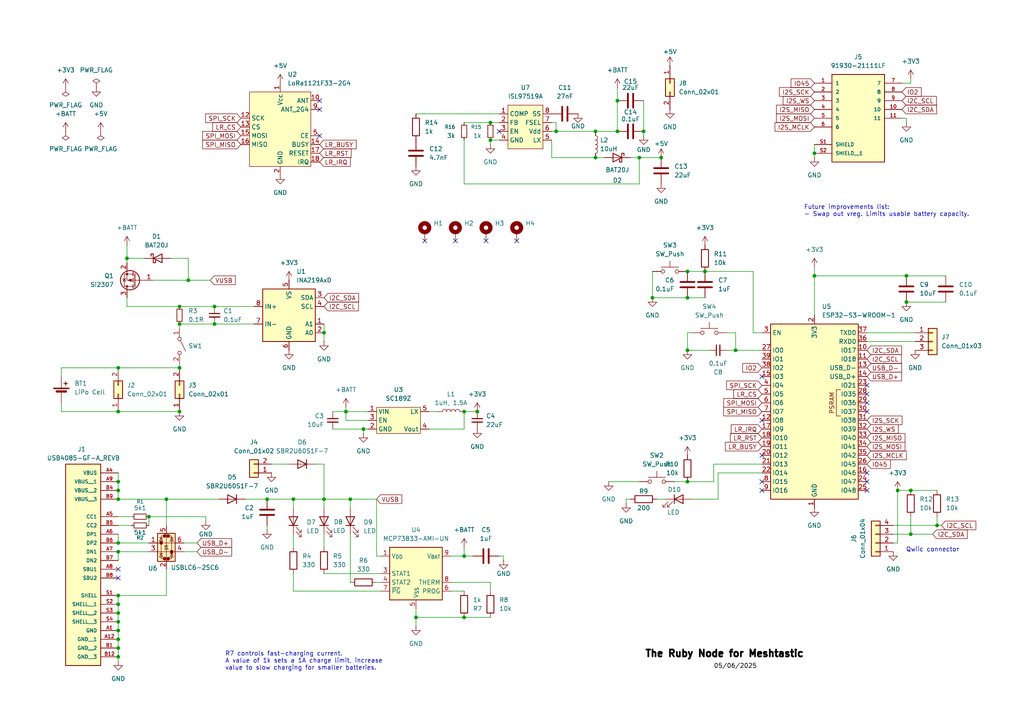
<source format=kicad_sch>
(kicad_sch (version 20250114) (generator "eeschema") (generator_version "9.0")
  (paper "A4")
  (text "The Ruby Node for Meshtastic" (at 186.944 189.738 0) (effects (font (size 2 2) (thickness 0.508) (bold yes)) (justify left)))
  (text "R7 controls fast-charging current. \nA value of 1k sets a 1A charge limit, increase\nvalue to slow charging for smaller batteries." (at 65.278 191.77 0) (effects (font (size 1.27 1.27)) (justify left)))
  (text "05/06/2025" (at 207.01 193.294 0) (effects (font (size 1.27 1.27)) (justify left)))
  (text "Future improvements list:\n- Swap out vreg. Limits usable battery capacity." (at 233.172 61.214 0) (effects (font (size 1.27 1.27)) (justify left)))
  (text "Qwiic connector" (at 270.51 159.512 0) (effects (font (size 1.27 1.27))))
  (junction (at 34.29 180.34))
  (junction (at 185.42 45.72))
  (junction (at 189.23 86.36))
  (junction (at 100.33 119.38))
  (junction (at 34.29 106.68))
  (junction (at 199.39 101.6))
  (junction (at 34.29 119.38))
  (junction (at 264.16 154.94))
  (junction (at 52.07 88.9))
  (junction (at 101.6 144.78))
  (junction (at 93.98 96.52))
  (junction (at 120.65 179.07))
  (junction (at 43.18 149.86))
  (junction (at 34.29 139.7))
  (junction (at 77.47 144.78))
  (junction (at 134.62 161.29))
  (junction (at 34.29 190.5))
  (junction (at 85.09 144.78))
  (junction (at 213.36 101.6))
  (junction (at 199.39 86.36))
  (junction (at 161.29 38.1))
  (junction (at 271.78 152.4))
  (junction (at 34.29 185.42))
  (junction (at 142.24 40.64))
  (junction (at 172.72 45.72))
  (junction (at 262.89 80.01))
  (junction (at 142.24 35.56))
  (junction (at 34.29 182.88))
  (junction (at 236.22 80.01))
  (junction (at 93.98 144.78))
  (junction (at 179.07 29.21))
  (junction (at 34.29 142.24))
  (junction (at 134.62 179.07))
  (junction (at 105.41 124.46))
  (junction (at 52.07 119.38))
  (junction (at 186.69 38.1))
  (junction (at 138.43 119.38))
  (junction (at 48.26 144.78))
  (junction (at 54.61 81.28))
  (junction (at 199.39 78.74))
  (junction (at 172.72 38.1))
  (junction (at 34.29 187.96))
  (junction (at 199.39 139.7))
  (junction (at 34.29 175.26))
  (junction (at 62.23 88.9))
  (junction (at 34.29 160.02))
  (junction (at 264.16 142.24))
  (junction (at 34.29 172.72))
  (junction (at 52.07 93.98))
  (junction (at 260.35 142.24))
  (junction (at 204.47 78.74))
  (junction (at 36.83 74.93))
  (junction (at 236.22 44.45))
  (junction (at 179.07 38.1))
  (junction (at 34.29 177.8))
  (junction (at 62.23 93.98))
  (junction (at 191.77 45.72))
  (junction (at 134.62 119.38))
  (junction (at 262.89 87.63))
  (junction (at 52.07 106.68))
  (junction (at 34.29 157.48))
  (junction (at 34.29 144.78))
  (no_connect (at 220.98 121.92))
  (no_connect (at 123.19 69.85))
  (no_connect (at 251.46 139.7))
  (no_connect (at 251.46 111.76))
  (no_connect (at 144.78 38.1))
  (no_connect (at 220.98 139.7))
  (no_connect (at 34.29 165.1))
  (no_connect (at 220.98 132.08))
  (no_connect (at 34.29 167.64))
  (no_connect (at 251.46 119.38))
  (no_connect (at 92.71 39.37))
  (no_connect (at 251.46 116.84))
  (no_connect (at 140.97 69.85))
  (no_connect (at 132.08 69.85))
  (no_connect (at 92.71 29.21))
  (no_connect (at 220.98 142.24))
  (no_connect (at 251.46 142.24))
  (no_connect (at 251.46 114.3))
  (no_connect (at 220.98 109.22))
  (no_connect (at 251.46 137.16))
  (no_connect (at 92.71 31.75))
  (no_connect (at 149.86 69.85))
  (wire (pts (xy 172.72 38.1) (xy 179.07 38.1)))
  (wire (pts (xy 120.65 179.07) (xy 134.62 179.07)))
  (wire (pts (xy 105.41 125.73) (xy 105.41 124.46)))
  (wire (pts (xy 52.07 88.9) (xy 62.23 88.9)))
  (wire (pts (xy 199.39 101.6) (xy 199.39 96.52)))
  (wire (pts (xy 100.33 119.38) (xy 106.68 119.38)))
  (wire (pts (xy 179.07 29.21) (xy 179.07 25.4)))
  (wire (pts (xy 262.89 80.01) (xy 274.32 80.01)))
  (wire (pts (xy 271.78 149.86) (xy 271.78 152.4)))
  (wire (pts (xy 181.61 144.78) (xy 182.88 144.78)))
  (wire (pts (xy 34.29 152.4) (xy 38.1 152.4)))
  (wire (pts (xy 130.81 171.45) (xy 134.62 171.45)))
  (wire (pts (xy 199.39 78.74) (xy 204.47 78.74)))
  (wire (pts (xy 43.18 149.86) (xy 43.18 152.4)))
  (wire (pts (xy 220.98 96.52) (xy 218.44 96.52)))
  (wire (pts (xy 134.62 161.29) (xy 137.16 161.29)))
  (wire (pts (xy 134.62 35.56) (xy 142.24 35.56)))
  (wire (pts (xy 176.53 139.7) (xy 185.42 139.7)))
  (wire (pts (xy 36.83 71.12) (xy 36.83 74.93)))
  (wire (pts (xy 195.58 139.7) (xy 199.39 139.7)))
  (wire (pts (xy 142.24 35.56) (xy 144.78 35.56)))
  (wire (pts (xy 49.53 74.93) (xy 54.61 74.93)))
  (wire (pts (xy 34.29 106.68) (xy 52.07 106.68)))
  (wire (pts (xy 44.45 81.28) (xy 54.61 81.28)))
  (wire (pts (xy 34.29 154.94) (xy 34.29 157.48)))
  (wire (pts (xy 260.35 157.48) (xy 260.35 142.24)))
  (wire (pts (xy 134.62 124.46) (xy 134.62 119.38)))
  (wire (pts (xy 186.69 38.1) (xy 186.69 39.37)))
  (wire (pts (xy 262.89 35.56) (xy 262.89 34.29)))
  (wire (pts (xy 160.02 38.1) (xy 161.29 38.1)))
  (wire (pts (xy 120.65 181.61) (xy 120.65 179.07)))
  (wire (pts (xy 182.88 45.72) (xy 185.42 45.72)))
  (wire (pts (xy 96.52 119.38) (xy 100.33 119.38)))
  (wire (pts (xy 181.61 146.05) (xy 181.61 144.78)))
  (wire (pts (xy 34.29 191.77) (xy 34.29 190.5)))
  (wire (pts (xy 54.61 74.93) (xy 54.61 81.28)))
  (wire (pts (xy 146.05 161.29) (xy 146.05 162.56)))
  (wire (pts (xy 43.18 149.86) (xy 59.69 149.86)))
  (wire (pts (xy 120.65 176.53) (xy 120.65 179.07)))
  (wire (pts (xy 134.62 53.34) (xy 185.42 53.34)))
  (wire (pts (xy 93.98 154.94) (xy 93.98 158.75)))
  (wire (pts (xy 130.81 161.29) (xy 134.62 161.29)))
  (wire (pts (xy 259.08 154.94) (xy 264.16 154.94)))
  (wire (pts (xy 36.83 88.9) (xy 36.83 86.36)))
  (wire (pts (xy 251.46 99.06) (xy 265.43 99.06)))
  (wire (pts (xy 34.29 137.16) (xy 34.29 139.7)))
  (wire (pts (xy 34.29 144.78) (xy 48.26 144.78)))
  (wire (pts (xy 160.02 35.56) (xy 161.29 35.56)))
  (wire (pts (xy 91.44 134.62) (xy 93.98 134.62)))
  (wire (pts (xy 78.74 134.62) (xy 83.82 134.62)))
  (wire (pts (xy 161.29 38.1) (xy 172.72 38.1)))
  (wire (pts (xy 62.23 88.9) (xy 73.66 88.9)))
  (wire (pts (xy 17.78 106.68) (xy 17.78 109.22)))
  (wire (pts (xy 186.69 29.21) (xy 186.69 38.1)))
  (wire (pts (xy 77.47 152.4) (xy 77.47 153.67)))
  (wire (pts (xy 34.29 187.96) (xy 34.29 185.42)))
  (wire (pts (xy 36.83 88.9) (xy 52.07 88.9)))
  (wire (pts (xy 251.46 96.52) (xy 265.43 96.52)))
  (wire (pts (xy 17.78 119.38) (xy 34.29 119.38)))
  (wire (pts (xy 134.62 119.38) (xy 138.43 119.38)))
  (wire (pts (xy 71.12 144.78) (xy 77.47 144.78)))
  (wire (pts (xy 236.22 44.45) (xy 236.22 41.91)))
  (wire (pts (xy 208.28 144.78) (xy 208.28 137.16)))
  (wire (pts (xy 34.29 182.88) (xy 34.29 180.34)))
  (wire (pts (xy 160.02 40.64) (xy 160.02 45.72)))
  (wire (pts (xy 259.08 152.4) (xy 271.78 152.4)))
  (wire (pts (xy 207.01 134.62) (xy 220.98 134.62)))
  (wire (pts (xy 34.29 177.8) (xy 34.29 175.26)))
  (wire (pts (xy 218.44 78.74) (xy 218.44 96.52)))
  (wire (pts (xy 264.16 142.24) (xy 271.78 142.24)))
  (wire (pts (xy 52.07 93.98) (xy 52.07 95.25)))
  (wire (pts (xy 93.98 93.98) (xy 93.98 96.52)))
  (wire (pts (xy 48.26 172.72) (xy 48.26 165.1)))
  (wire (pts (xy 134.62 161.29) (xy 134.62 158.75)))
  (wire (pts (xy 199.39 101.6) (xy 205.74 101.6)))
  (wire (pts (xy 34.29 149.86) (xy 38.1 149.86)))
  (wire (pts (xy 34.29 172.72) (xy 48.26 172.72)))
  (wire (pts (xy 93.98 147.32) (xy 93.98 144.78)))
  (wire (pts (xy 34.29 157.48) (xy 43.18 157.48)))
  (wire (pts (xy 144.78 161.29) (xy 146.05 161.29)))
  (wire (pts (xy 124.46 124.46) (xy 134.62 124.46)))
  (wire (pts (xy 210.82 101.6) (xy 213.36 101.6)))
  (wire (pts (xy 271.78 152.4) (xy 273.05 152.4)))
  (wire (pts (xy 36.83 74.93) (xy 36.83 76.2)))
  (wire (pts (xy 175.26 45.72) (xy 172.72 45.72)))
  (wire (pts (xy 53.34 160.02) (xy 57.15 160.02)))
  (wire (pts (xy 93.98 166.37) (xy 110.49 166.37)))
  (wire (pts (xy 101.6 144.78) (xy 101.6 147.32)))
  (wire (pts (xy 36.83 74.93) (xy 41.91 74.93)))
  (wire (pts (xy 189.23 78.74) (xy 189.23 86.36)))
  (wire (pts (xy 34.29 160.02) (xy 43.18 160.02)))
  (wire (pts (xy 53.34 157.48) (xy 57.15 157.48)))
  (wire (pts (xy 199.39 96.52) (xy 200.66 96.52)))
  (wire (pts (xy 105.41 124.46) (xy 106.68 124.46)))
  (wire (pts (xy 199.39 139.7) (xy 207.01 139.7)))
  (wire (pts (xy 77.47 144.78) (xy 85.09 144.78)))
  (wire (pts (xy 59.69 149.86) (xy 59.69 151.13)))
  (wire (pts (xy 85.09 144.78) (xy 85.09 147.32)))
  (wire (pts (xy 134.62 40.64) (xy 134.62 53.34)))
  (wire (pts (xy 213.36 101.6) (xy 220.98 101.6)))
  (wire (pts (xy 85.09 154.94) (xy 85.09 158.75)))
  (wire (pts (xy 213.36 96.52) (xy 213.36 101.6)))
  (wire (pts (xy 34.29 119.38) (xy 52.07 119.38)))
  (wire (pts (xy 236.22 77.47) (xy 236.22 80.01)))
  (wire (pts (xy 236.22 80.01) (xy 236.22 91.44)))
  (wire (pts (xy 179.07 38.1) (xy 179.07 29.21)))
  (wire (pts (xy 100.33 121.92) (xy 106.68 121.92)))
  (wire (pts (xy 261.62 24.13) (xy 264.16 24.13)))
  (wire (pts (xy 120.65 33.02) (xy 144.78 33.02)))
  (wire (pts (xy 185.42 45.72) (xy 191.77 45.72)))
  (wire (pts (xy 172.72 45.72) (xy 160.02 45.72)))
  (wire (pts (xy 142.24 41.91) (xy 142.24 40.64)))
  (wire (pts (xy 34.29 180.34) (xy 34.29 177.8)))
  (wire (pts (xy 264.16 154.94) (xy 270.51 154.94)))
  (wire (pts (xy 260.35 142.24) (xy 264.16 142.24)))
  (wire (pts (xy 259.08 157.48) (xy 260.35 157.48)))
  (wire (pts (xy 210.82 96.52) (xy 213.36 96.52)))
  (wire (pts (xy 130.81 168.91) (xy 142.24 168.91)))
  (wire (pts (xy 34.29 139.7) (xy 34.29 142.24)))
  (wire (pts (xy 17.78 106.68) (xy 34.29 106.68)))
  (wire (pts (xy 93.98 144.78) (xy 101.6 144.78)))
  (wire (pts (xy 62.23 93.98) (xy 73.66 93.98)))
  (wire (pts (xy 264.16 149.86) (xy 264.16 154.94)))
  (wire (pts (xy 185.42 45.72) (xy 185.42 53.34)))
  (wire (pts (xy 34.29 142.24) (xy 34.29 144.78)))
  (wire (pts (xy 109.22 168.91) (xy 110.49 168.91)))
  (wire (pts (xy 17.78 116.84) (xy 17.78 119.38)))
  (wire (pts (xy 34.29 185.42) (xy 34.29 182.88)))
  (wire (pts (xy 48.26 144.78) (xy 48.26 152.4)))
  (wire (pts (xy 85.09 166.37) (xy 85.09 171.45)))
  (wire (pts (xy 142.24 168.91) (xy 142.24 171.45)))
  (wire (pts (xy 34.29 190.5) (xy 34.29 187.96)))
  (wire (pts (xy 54.61 81.28) (xy 60.96 81.28)))
  (wire (pts (xy 124.46 119.38) (xy 127 119.38)))
  (wire (pts (xy 161.29 35.56) (xy 161.29 38.1)))
  (wire (pts (xy 236.22 45.72) (xy 236.22 44.45)))
  (wire (pts (xy 207.01 139.7) (xy 207.01 134.62)))
  (wire (pts (xy 200.66 144.78) (xy 208.28 144.78)))
  (wire (pts (xy 142.24 40.64) (xy 144.78 40.64)))
  (wire (pts (xy 34.29 175.26) (xy 34.29 172.72)))
  (wire (pts (xy 264.16 24.13) (xy 264.16 22.86)))
  (wire (pts (xy 236.22 80.01) (xy 262.89 80.01)))
  (wire (pts (xy 109.22 161.29) (xy 110.49 161.29)))
  (wire (pts (xy 199.39 86.36) (xy 204.47 86.36)))
  (wire (pts (xy 189.23 86.36) (xy 199.39 86.36)))
  (wire (pts (xy 262.89 87.63) (xy 274.32 87.63)))
  (wire (pts (xy 100.33 118.11) (xy 100.33 119.38)))
  (wire (pts (xy 101.6 168.91) (xy 101.6 154.94)))
  (wire (pts (xy 208.28 137.16) (xy 220.98 137.16)))
  (wire (pts (xy 48.26 144.78) (xy 63.5 144.78)))
  (wire (pts (xy 34.29 162.56) (xy 34.29 160.02)))
  (wire (pts (xy 85.09 171.45) (xy 110.49 171.45)))
  (wire (pts (xy 93.98 96.52) (xy 93.98 99.06)))
  (wire (pts (xy 52.07 105.41) (xy 52.07 106.68)))
  (wire (pts (xy 101.6 144.78) (xy 109.22 144.78)))
  (wire (pts (xy 262.89 34.29) (xy 261.62 34.29)))
  (wire (pts (xy 96.52 124.46) (xy 105.41 124.46)))
  (wire (pts (xy 100.33 121.92) (xy 100.33 119.38)))
  (wire (pts (xy 190.5 144.78) (xy 193.04 144.78)))
  (wire (pts (xy 134.62 179.07) (xy 142.24 179.07)))
  (wire (pts (xy 204.47 78.74) (xy 218.44 78.74)))
  (wire (pts (xy 93.98 134.62) (xy 93.98 144.78)))
  (wire (pts (xy 85.09 144.78) (xy 93.98 144.78)))
  (wire (pts (xy 109.22 161.29) (xy 109.22 144.78)))
  (wire (pts (xy 52.07 93.98) (xy 62.23 93.98)))
  (global_label "IO2" (shape input) (at 261.62 26.67 0) (property "Intersheetrefs" "${INTERSHEET_REFS}" (effects (hide yes))))
  (global_label "I2S_MCLK" (shape input) (at 251.46 132.08 0) (property "Intersheetrefs" "${INTERSHEET_REFS}" (effects (hide yes))))
  (global_label "I2C_SCL" (shape input) (at 93.98 88.9 0) (property "Intersheetrefs" "${INTERSHEET_REFS}" (effects (hide yes))))
  (global_label "LR_RST" (shape input) (at 92.71 44.45 0) (property "Intersheetrefs" "${INTERSHEET_REFS}" (effects (hide yes))))
  (global_label "SPI_MOSI" (shape input) (at 220.98 116.84 180) (property "Intersheetrefs" "${INTERSHEET_REFS}" (effects (hide yes))))
  (global_label "VUSB" (shape input) (at 60.96 81.28 0) (property "Intersheetrefs" "${INTERSHEET_REFS}" (effects (hide yes))))
  (global_label "I2S_MOSI" (shape input) (at 236.22 34.29 180) (property "Intersheetrefs" "${INTERSHEET_REFS}" (effects (hide yes))))
  (global_label "USB_D-" (shape input) (at 57.15 160.02 0) (property "Intersheetrefs" "${INTERSHEET_REFS}" (effects (hide yes))))
  (global_label "SPI_SCK" (shape input) (at 69.85 34.29 180) (property "Intersheetrefs" "${INTERSHEET_REFS}" (effects (hide yes))))
  (global_label "IO45" (shape input) (at 236.22 24.13 180) (property "Intersheetrefs" "${INTERSHEET_REFS}" (effects (hide yes))))
  (global_label "I2C_SDA" (shape input) (at 93.98 86.36 0) (property "Intersheetrefs" "${INTERSHEET_REFS}" (effects (hide yes))))
  (global_label "I2C_SCL" (shape input) (at 261.62 29.21 0) (property "Intersheetrefs" "${INTERSHEET_REFS}" (effects (hide yes))))
  (global_label "LR_CS" (shape input) (at 69.85 36.83 180) (property "Intersheetrefs" "${INTERSHEET_REFS}" (effects (hide yes))))
  (global_label "I2S_MISO" (shape input) (at 236.22 31.75 180) (property "Intersheetrefs" "${INTERSHEET_REFS}" (effects (hide yes))))
  (global_label "USB_D-" (shape input) (at 251.46 106.68 0) (property "Intersheetrefs" "${INTERSHEET_REFS}" (effects (hide yes))))
  (global_label "USB_D+" (shape input) (at 57.15 157.48 0) (property "Intersheetrefs" "${INTERSHEET_REFS}" (effects (hide yes))))
  (global_label "I2S_SCK" (shape input) (at 236.22 26.67 180) (property "Intersheetrefs" "${INTERSHEET_REFS}" (effects (hide yes))))
  (global_label "I2S_WS" (shape input) (at 236.22 29.21 180) (property "Intersheetrefs" "${INTERSHEET_REFS}" (effects (hide yes))))
  (global_label "SPI_MISO" (shape input) (at 220.98 119.38 180) (property "Intersheetrefs" "${INTERSHEET_REFS}" (effects (hide yes))))
  (global_label "USB_D+" (shape input) (at 251.46 109.22 0) (property "Intersheetrefs" "${INTERSHEET_REFS}" (effects (hide yes))))
  (global_label "I2S_SCK" (shape input) (at 251.46 121.92 0) (property "Intersheetrefs" "${INTERSHEET_REFS}" (effects (hide yes))))
  (global_label "VUSB" (shape input) (at 109.22 144.78 0) (property "Intersheetrefs" "${INTERSHEET_REFS}" (effects (hide yes))))
  (global_label "I2C_SDA" (shape input) (at 251.46 101.6 0) (property "Intersheetrefs" "${INTERSHEET_REFS}" (effects (hide yes))))
  (global_label "LR_IRQ" (shape input) (at 92.71 46.99 0) (property "Intersheetrefs" "${INTERSHEET_REFS}" (effects (hide yes))))
  (global_label "I2C_SDA" (shape input) (at 261.62 31.75 0) (property "Intersheetrefs" "${INTERSHEET_REFS}" (effects (hide yes))))
  (global_label "I2C_SCL" (shape input) (at 251.46 104.14 0) (property "Intersheetrefs" "${INTERSHEET_REFS}" (effects (hide yes))))
  (global_label "SPI_MOSI" (shape input) (at 69.85 39.37 180) (property "Intersheetrefs" "${INTERSHEET_REFS}" (effects (hide yes))))
  (global_label "IO2" (shape input) (at 220.98 106.68 180) (property "Intersheetrefs" "${INTERSHEET_REFS}" (effects (hide yes))))
  (global_label "SPI_SCK" (shape input) (at 220.98 111.76 180) (property "Intersheetrefs" "${INTERSHEET_REFS}" (effects (hide yes))))
  (global_label "LR_IRQ" (shape input) (at 220.98 124.46 180) (property "Intersheetrefs" "${INTERSHEET_REFS}" (effects (hide yes))))
  (global_label "I2S_MCLK" (shape input) (at 236.22 36.83 180) (property "Intersheetrefs" "${INTERSHEET_REFS}" (effects (hide yes))))
  (global_label "I2S_MOSI" (shape input) (at 251.46 129.54 0) (property "Intersheetrefs" "${INTERSHEET_REFS}" (effects (hide yes))))
  (global_label "LR_CS" (shape input) (at 220.98 114.3 180) (property "Intersheetrefs" "${INTERSHEET_REFS}" (effects (hide yes))))
  (global_label "I2C_SDA" (shape input) (at 270.51 154.94 0) (property "Intersheetrefs" "${INTERSHEET_REFS}" (effects (hide yes))))
  (global_label "I2S_WS" (shape input) (at 251.46 124.46 0) (property "Intersheetrefs" "${INTERSHEET_REFS}" (effects (hide yes))))
  (global_label "IO45" (shape input) (at 251.46 134.62 0) (property "Intersheetrefs" "${INTERSHEET_REFS}" (effects (hide yes))))
  (global_label "I2C_SCL" (shape input) (at 273.05 152.4 0) (property "Intersheetrefs" "${INTERSHEET_REFS}" (effects (hide yes))))
  (global_label "LR_RST" (shape input) (at 220.98 127 180) (property "Intersheetrefs" "${INTERSHEET_REFS}" (effects (hide yes))))
  (global_label "LR_BUSY" (shape input) (at 92.71 41.91 0) (property "Intersheetrefs" "${INTERSHEET_REFS}" (effects (hide yes))))
  (global_label "SPI_MISO" (shape input) (at 69.85 41.91 180) (property "Intersheetrefs" "${INTERSHEET_REFS}" (effects (hide yes))))
  (global_label "I2S_MISO" (shape input) (at 251.46 127 0) (property "Intersheetrefs" "${INTERSHEET_REFS}" (effects (hide yes))))
  (global_label "LR_BUSY" (shape input) (at 220.98 129.54 180) (property "Intersheetrefs" "${INTERSHEET_REFS}" (effects (hide yes))))
  (symbol (lib_id "Device:LED") (at 93.98 151.13 90) (unit 1)
    (property "Reference" "D8" (at 96.774 151.384 90) (effects (justify right)))
    (property "Value" "LED" (at 96.52 153.924 90) (effects (justify right)))
    (property "Footprint" "LED_SMD:LED_1206_3216Metric_Pad1.42x1.75mm_HandSolder" (effects (hide yes)))
    (property "Description" "Light emitting diode" (effects (hide yes)))
    (property "Sim.Pins" "1=K 2=A" (effects (hide yes)))
  )
  (symbol (lib_id "Device:C_Small") (at 62.23 91.44 0) (unit 1)
    (property "Reference" "C1" (at 64.77 90.1762 0) (effects (justify left)))
    (property "Value" "0.1uF" (at 64.77 92.7162 0) (effects (justify left)))
    (property "Footprint" "Capacitor_SMD:C_0805_2012Metric_Pad1.18x1.45mm_HandSolder" (effects (hide yes)))
    (property "Description" "Unpolarized capacitor, small symbol" (effects (hide yes)))
  )
  (symbol (lib_id "power:GND") (at 78.74 137.16 0) (unit 1)
    (property "Reference" "#PWR010" (effects (hide yes)))
    (property "Value" "GND" (at 78.74 142.24 0))
    (property "Description" "Power symbol creates a global label with name \"GND\" , ground" (effects (hide yes)))
  )
  (symbol (lib_id "Device:LED") (at 101.6 151.13 90) (unit 1)
    (property "Reference" "D9" (at 105.41 151.4474 90) (effects (justify right)))
    (property "Value" "LED" (at 105.41 153.9874 90) (effects (justify right)))
    (property "Footprint" "LED_SMD:LED_1206_3216Metric_Pad1.42x1.75mm_HandSolder" (effects (hide yes)))
    (property "Description" "Light emitting diode" (effects (hide yes)))
    (property "Sim.Pins" "1=K 2=A" (effects (hide yes)))
  )
  (symbol (lib_id "power:+3V3") (at 264.16 22.86 0) (unit 1)
    (property "Reference" "#PWR026" (effects (hide yes)))
    (property "Value" "+3V3" (at 264.16 17.78 0))
    (property "Description" "Power symbol creates a global label with name \"+3V3\"" (effects (hide yes)))
  )
  (symbol (lib_id "power:GND") (at 52.07 119.38 0) (unit 1)
    (property "Reference" "#PWR07" (effects (hide yes)))
    (property "Value" "GND" (at 52.07 124.46 0))
    (property "Description" "Power symbol creates a global label with name \"GND\" , ground" (effects (hide yes)))
  )
  (symbol (lib_id "power:PWR_FLAG") (at 19.05 38.1 180) (unit 1)
    (property "Reference" "#FLG03" (effects (hide yes)))
    (property "Value" "PWR_FLAG" (at 19.05 43.18 0))
    (property "Description" "Special symbol for telling ERC where power comes from" (effects (hide yes)))
  )
  (symbol (lib_id "power:+5V") (at 194.31 19.05 0) (unit 1)
    (property "Reference" "#PWR045" (effects (hide yes)))
    (property "Value" "+5V" (at 194.31 14.986 0))
    (property "Description" "Power symbol creates a global label with name \"+5V\"" (effects (hide yes)))
  )
  (symbol (lib_id "power:+BATT") (at 19.05 38.1 0) (unit 1)
    (property "Reference" "#PWR04" (effects (hide yes)))
    (property "Value" "+BATT" (at 19.05 33.02 0))
    (property "Description" "Power symbol creates a global label with name \"+BATT\"" (effects (hide yes)))
  )
  (symbol (lib_id "power:+3V3") (at 199.39 132.08 0) (unit 1)
    (property "Reference" "#PWR030" (effects (hide yes)))
    (property "Value" "+3V3" (at 199.39 127 0))
    (property "Description" "Power symbol creates a global label with name \"+3V3\"" (effects (hide yes)))
  )
  (symbol (lib_id "Device:D") (at 67.31 144.78 180) (unit 1)
    (property "Reference" "D5" (at 67.31 138.43 0))
    (property "Value" "SBR2U60S1F-7" (at 67.31 140.97 0))
    (property "Footprint" "Diode_SMD:D_SOD-123F" (effects (hide yes)))
    (property "Description" "Diode" (effects (hide yes)))
    (property "Sim.Device" "D" (effects (hide yes)))
    (property "Sim.Pins" "1=K 2=A" (effects (hide yes)))
  )
  (symbol (lib_id "power:GND") (at 34.29 191.77 0) (unit 1)
    (property "Reference" "#PWR03" (effects (hide yes)))
    (property "Value" "GND" (at 34.29 196.85 0))
    (property "Description" "Power symbol creates a global label with name \"GND\" , ground" (effects (hide yes)))
  )
  (symbol (lib_id "Device:R_Small") (at 40.64 149.86 90) (unit 1)
    (property "Reference" "R1" (at 40.64 145.542 90) (effects (font (size 1.016 1.016))))
    (property "Value" "5k1" (at 40.64 147.32 90))
    (property "Footprint" "Resistor_SMD:R_0805_2012Metric_Pad1.20x1.40mm_HandSolder" (effects (hide yes)))
    (property "Description" "Resistor, small symbol" (effects (hide yes)))
  )
  (symbol (lib_id "power:GND") (at 27.94 25.4 0) (unit 1)
    (property "Reference" "#PWR02" (effects (hide yes)))
    (property "Value" "GND" (at 27.94 30.48 0))
    (property "Description" "Power symbol creates a global label with name \"GND\" , ground" (effects (hide yes)))
  )
  (symbol (lib_id "Battery_Management:MCP73833-xxx-UN") (at 120.65 166.37 0) (unit 1)
    (property "Reference" "U4" (at 120.65 153.67 0))
    (property "Value" "MCP73833-AMI-UN" (at 120.65 156.21 0))
    (property "Footprint" "Package_SO:MSOP-10_3x3mm_P0.5mm" (effects (hide yes)))
    (property "Datasheet" "https://ww1.microchip.com/downloads/aemDocuments/documents/OTH/ProductDocuments/DataSheets/22005b.pdf" (effects (hide yes)))
    (property "Description" "Stand-Alone Linear Li-Ion / Li-Polymer Charge Management Controller, MSOP-10" (effects (hide yes)))
  )
  (symbol (lib_id "Device:R") (at 134.62 175.26 0) (mirror x) (unit 1)
    (property "Reference" "R7" (at 137.16 176.5301 0) (effects (justify left)))
    (property "Value" "1k" (at 137.16 173.9901 0) (effects (justify left)))
    (property "Footprint" "Resistor_SMD:R_0805_2012Metric_Pad1.20x1.40mm_HandSolder" (effects (hide yes)))
    (property "Description" "Resistor" (effects (hide yes)))
  )
  (symbol (lib_id "power:GND") (at 186.69 39.37 0) (unit 1)
    (property "Reference" "#PWR043" (effects (hide yes)))
    (property "Value" "GND" (at 186.69 43.434 0))
    (property "Description" "Power symbol creates a global label with name \"GND\" , ground" (effects (hide yes)))
  )
  (symbol (lib_id "Device:C") (at 182.88 38.1 90) (unit 1)
    (property "Reference" "C14" (at 182.88 32.512 90))
    (property "Value" "0.1uF" (at 182.88 34.544 90))
    (property "Footprint" "Capacitor_SMD:C_0805_2012Metric_Pad1.18x1.45mm_HandSolder" (effects (hide yes)))
    (property "Description" "Unpolarized capacitor" (effects (hide yes)))
  )
  (symbol (lib_id "Device:R") (at 264.16 146.05 0) (unit 1)
    (property "Reference" "R12" (at 266.7 144.7799 0) (effects (justify left)))
    (property "Value" "10k" (at 266.7 147.3199 0) (effects (justify left)))
    (property "Footprint" "Resistor_SMD:R_0805_2012Metric_Pad1.20x1.40mm_HandSolder" (effects (hide yes)))
    (property "Description" "Resistor" (effects (hide yes)))
  )
  (symbol (lib_id "power:GND") (at 77.47 153.67 0) (unit 1)
    (property "Reference" "#PWR09" (effects (hide yes)))
    (property "Value" "GND" (at 77.47 158.75 0))
    (property "Description" "Power symbol creates a global label with name \"GND\" , ground" (effects (hide yes)))
  )
  (symbol (lib_id "power:GND") (at 259.08 160.02 0) (unit 1)
    (property "Reference" "#PWR034" (effects (hide yes)))
    (property "Value" "GND" (at 259.08 165.1 0))
    (property "Description" "Power symbol creates a global label with name \"GND\" , ground" (effects (hide yes)))
  )
  (symbol (lib_id "power:+3V3") (at 19.05 25.4 0) (unit 1)
    (property "Reference" "#PWR01" (effects (hide yes)))
    (property "Value" "+3V3" (at 19.05 20.32 0))
    (property "Description" "Power symbol creates a global label with name \"+3V3\"" (effects (hide yes)))
  )
  (symbol (lib_id "Device:D") (at 87.63 134.62 180) (unit 1)
    (property "Reference" "D6" (at 87.63 128.27 0))
    (property "Value" "SBR2U60S1F-7" (at 87.63 130.81 0))
    (property "Footprint" "Diode_SMD:D_SOD-123F" (effects (hide yes)))
    (property "Description" "Diode" (effects (hide yes)))
    (property "Sim.Device" "D" (effects (hide yes)))
    (property "Sim.Pins" "1=K 2=A" (effects (hide yes)))
  )
  (symbol (lib_id "Device:C") (at 204.47 82.55 180) (unit 1)
    (property "Reference" "C7" (at 208.28 81.2799 0) (effects (justify right)))
    (property "Value" "1uF" (at 208.28 83.8199 0) (effects (justify right)))
    (property "Footprint" "Capacitor_SMD:C_0805_2012Metric_Pad1.18x1.45mm_HandSolder" (effects (hide yes)))
    (property "Description" "Unpolarized capacitor" (effects (hide yes)))
  )
  (symbol (lib_id "power:+BATT") (at 36.83 71.12 0) (unit 1)
    (property "Reference" "#PWR05" (effects (hide yes)))
    (property "Value" "+BATT" (at 36.83 66.04 0))
    (property "Description" "Power symbol creates a global label with name \"+BATT\"" (effects (hide yes)))
  )
  (symbol (lib_id "prereqs:LoRa1121F33") (at 81.28 38.1 0) (unit 1)
    (property "Reference" "U2" (at 83.4233 21.59 0) (effects (justify left)))
    (property "Value" "LoRa1121F33-2G4" (at 83.4233 24.13 0) (effects (justify left)))
    (property "Footprint" "LoRa1121F33:LoRa1121F33" (effects (hide yes)))
  )
  (symbol (lib_id "91930-21111LF:91930-21111LF") (at 248.92 34.29 0) (unit 1)
    (property "Reference" "J5" (at 248.92 16.51 0))
    (property "Value" "91930-21111LF" (at 248.92 19.05 0))
    (property "Footprint" "imports:AMPHENOL_91930-21111LF" (effects (hide yes)))
    (property "PARTREV" "AN" (effects (hide yes)))
    (property "STANDARD" "Manufacturer Recommendations" (effects (hide yes)))
    (property "SNAPEDA_PN" "91930-21111LF" (effects (hide yes)))
    (property "MAXIMUM_PACKAGE_HEIGHT" "3.41mm" (effects (hide yes)))
    (property "MANUFACTURER" "Amphenol" (effects (hide yes)))
  )
  (symbol (lib_id "Device:R") (at 93.98 162.56 0) (unit 1)
    (property "Reference" "R5" (at 96.52 161.2899 0) (effects (justify left)))
    (property "Value" "330" (at 96.52 163.8299 0) (effects (justify left)))
    (property "Footprint" "Resistor_SMD:R_0805_2012Metric_Pad1.20x1.40mm_HandSolder" (effects (hide yes)))
    (property "Description" "Resistor" (effects (hide yes)))
  )
  (symbol (lib_id "Device:LED") (at 196.85 144.78 0) (unit 1)
    (property "Reference" "D10" (at 195.58 141.986 0))
    (property "Value" "LED" (at 195.326 148.59 0))
    (property "Footprint" "LED_SMD:LED_PLCC_2835_Handsoldering" (effects (hide yes)))
    (property "Description" "Light emitting diode" (effects (hide yes)))
    (property "Sim.Pins" "1=K 2=A" (effects (hide yes)))
  )
  (symbol (lib_id "power:+3V3") (at 204.47 71.12 0) (unit 1)
    (property "Reference" "#PWR031" (effects (hide yes)))
    (property "Value" "+3V3" (at 204.47 66.04 0))
    (property "Description" "Power symbol creates a global label with name \"+3V3\"" (effects (hide yes)))
  )
  (symbol (lib_id "Device:R_Small") (at 134.62 38.1 0) (unit 1)
    (property "Reference" "R16" (at 132.08 36.8299 0) (effects (font (size 1.016 1.016)) (justify right)))
    (property "Value" "3k" (at 132.08 39.3699 0) (effects (justify right)))
    (property "Footprint" "Resistor_SMD:R_0805_2012Metric_Pad1.20x1.40mm_HandSolder" (effects (hide yes)))
    (property "Description" "Resistor, small symbol" (effects (hide yes)))
  )
  (symbol (lib_id "power:GND") (at 167.64 33.02 0) (unit 1)
    (property "Reference" "#PWR039" (effects (hide yes)))
    (property "Value" "GND" (at 167.64 36.576 0))
    (property "Description" "Power symbol creates a global label with name \"GND\" , ground" (effects (hide yes)))
  )
  (symbol (lib_id "power:GND") (at 199.39 101.6 0) (unit 1)
    (property "Reference" "#PWR029" (effects (hide yes)))
    (property "Value" "GND" (at 199.39 106.68 0))
    (property "Description" "Power symbol creates a global label with name \"GND\" , ground" (effects (hide yes)))
  )
  (symbol (lib_id "power:GND") (at 83.82 101.6 0) (unit 1)
    (property "Reference" "#PWR012" (effects (hide yes)))
    (property "Value" "GND" (at 83.82 106.68 0))
    (property "Description" "Power symbol creates a global label with name \"GND\" , ground" (effects (hide yes)))
  )
  (symbol (lib_id "power:GND") (at 262.89 35.56 0) (unit 1)
    (property "Reference" "#PWR025" (effects (hide yes)))
    (property "Value" "GND" (at 262.89 40.64 0))
    (property "Description" "Power symbol creates a global label with name \"GND\" , ground" (effects (hide yes)))
  )
  (symbol (lib_id "Device:LED") (at 85.09 151.13 90) (unit 1)
    (property "Reference" "D7" (at 88.9 151.4474 90) (effects (justify right)))
    (property "Value" "LED" (at 88.9 153.9874 90) (effects (justify right)))
    (property "Footprint" "LED_SMD:LED_1206_3216Metric_Pad1.42x1.75mm_HandSolder" (effects (hide yes)))
    (property "Description" "Light emitting diode" (effects (hide yes)))
    (property "Sim.Pins" "1=K 2=A" (effects (hide yes)))
  )
  (symbol (lib_id "power:+BATT") (at 100.33 118.11 0) (unit 1)
    (property "Reference" "#PWR014" (effects (hide yes)))
    (property "Value" "+BATT" (at 100.33 113.03 0))
    (property "Description" "Power symbol creates a global label with name \"+BATT\"" (effects (hide yes)))
  )
  (symbol (lib_id "Device:C_Small") (at 138.43 121.92 0) (unit 1)
    (property "Reference" "C4" (at 140.97 120.6562 0) (effects (justify left)))
    (property "Value" "22uF" (at 140.97 123.1962 0) (effects (justify left)))
    (property "Footprint" "Capacitor_SMD:C_0805_2012Metric_Pad1.18x1.45mm_HandSolder" (effects (hide yes)))
    (property "Description" "Unpolarized capacitor, small symbol" (effects (hide yes)))
  )
  (symbol (lib_id "Device:C_Small") (at 208.28 101.6 90) (mirror x) (unit 1)
    (property "Reference" "C8" (at 208.2863 107.95 90))
    (property "Value" "0.1uF" (at 208.2863 105.41 90))
    (property "Footprint" "Capacitor_SMD:C_0805_2012Metric_Pad1.18x1.45mm_HandSolder" (effects (hide yes)))
    (property "Description" "Unpolarized capacitor, small symbol" (effects (hide yes)))
  )
  (symbol (lib_id "power:+3V3") (at 236.22 77.47 0) (unit 1)
    (property "Reference" "#PWR032" (effects (hide yes)))
    (property "Value" "+3V3" (at 236.22 72.39 0))
    (property "Description" "Power symbol creates a global label with name \"+3V3\"" (effects (hide yes)))
  )
  (symbol (lib_id "Connector_Generic:Conn_02x01") (at 52.07 114.3 90) (unit 1)
    (property "Reference" "J3" (at 54.61 111.7599 90) (effects (justify right)))
    (property "Value" "Conn_02x01" (at 54.61 114.2999 90) (effects (justify right)))
    (property "Footprint" "Connector_JST:JST_PH_S2B-PH-SM4-TB_1x02-1MP_P2.00mm_Horizontal" (effects (hide yes)))
    (property "Description" "Generic connector, double row, 02x01, this symbol is compatible with counter-clockwise, top-bottom and odd-even numbering schemes., script generated (kicad-library-utils/schlib/autogen/connector/)" (effects (hide yes)))
  )
  (symbol (lib_id "Switch:SW_Push") (at 205.74 96.52 0) (unit 1)
    (property "Reference" "SW4" (at 205.74 88.9 0))
    (property "Value" "SW_Push" (at 205.74 91.44 0))
    (property "Footprint" "Button_Switch_SMD:SW_SPST_PTS645" (effects (hide yes)))
    (property "Description" "Push button switch, generic, two pins" (effects (hide yes)))
  )
  (symbol (lib_id "power:GND") (at 265.43 101.6 0) (unit 1)
    (property "Reference" "#PWR036" (effects (hide yes)))
    (property "Value" "GND" (at 265.43 106.68 0))
    (property "Description" "Power symbol creates a global label with name \"GND\" , ground" (effects (hide yes)))
  )
  (symbol (lib_id "Device:R_Small") (at 52.07 91.44 0) (unit 1)
    (property "Reference" "R3" (at 54.61 90.1699 0) (effects (justify left)))
    (property "Value" "0.1R" (at 54.61 92.7099 0) (effects (justify left)))
    (property "Footprint" "Resistor_SMD:R_2512_6332Metric_Pad1.40x3.35mm_HandSolder" (effects (hide yes)))
    (property "Description" "Resistor, small symbol" (effects (hide yes)))
  )
  (symbol (lib_id "Power_Protection:USBLC6-2SC6") (at 48.26 157.48 0) (unit 1)
    (property "Reference" "U6" (at 42.926 164.846 0) (effects (justify left)))
    (property "Value" "USBLC6-2SC6" (at 49.53 164.592 0) (effects (justify left)))
    (property "Footprint" "Package_TO_SOT_SMD:SOT-23-6" (effects (hide yes)))
    (property "Datasheet" "https://www.st.com/resource/en/datasheet/usblc6-2.pdf" (effects (hide yes)))
    (property "Description" "Very low capacitance ESD protection diode, 2 data-line, SOT-23-6" (effects (hide yes)))
  )
  (symbol (lib_id "power:GND") (at 59.69 151.13 0) (unit 1)
    (property "Reference" "#PWR08" (effects (hide yes)))
    (property "Value" "GND" (at 59.69 154.94 0))
    (property "Description" "Power symbol creates a global label with name \"GND\" , ground" (effects (hide yes)))
  )
  (symbol (lib_id "Device:D_Schottky") (at 45.72 74.93 0) (unit 1)
    (property "Reference" "D1" (at 45.4025 68.58 0))
    (property "Value" "BAT20J" (at 45.4025 71.12 0))
    (property "Footprint" "Diode_SMD:D_SOD-323_HandSoldering" (effects (hide yes)))
    (property "Description" "Schottky diode" (effects (hide yes)))
    (property "Sim.Device" "D" (effects (hide yes)))
    (property "Sim.Pins" "1=K 2=A" (effects (hide yes)))
  )
  (symbol (lib_id "RF_Module:ESP32-S3-WROOM-1") (at 236.22 119.38 0) (unit 1)
    (property "Reference" "U5" (at 238.3633 88.9 0) (effects (justify left)))
    (property "Value" "ESP32-S3-WROOM-1" (at 238.3633 91.44 0) (effects (justify left)))
    (property "Footprint" "RF_Module:ESP32-S3-WROOM-1U" (effects (hide yes)))
    (property "Datasheet" "https://www.espressif.com/sites/default/files/documentation/esp32-s3-wroom-1_wroom-1u_datasheet_en.pdf" (effects (hide yes)))
    (property "Description" "RF Module, ESP32-S3 SoC, Wi-Fi 802.11b/g/n, Bluetooth, BLE, 32-bit, 3.3V, onboard antenna, SMD" (effects (hide yes)))
  )
  (symbol (lib_id "Device:R") (at 271.78 146.05 0) (unit 1)
    (property "Reference" "R13" (at 274.32 144.7799 0) (effects (justify left)))
    (property "Value" "10k" (at 274.32 147.3199 0) (effects (justify left)))
    (property "Footprint" "Resistor_SMD:R_0805_2012Metric_Pad1.20x1.40mm_HandSolder" (effects (hide yes)))
    (property "Description" "Resistor" (effects (hide yes)))
  )
  (symbol (lib_id "Device:C") (at 274.32 83.82 0) (unit 1)
    (property "Reference" "C10" (at 278.13 82.5499 0) (effects (justify left)))
    (property "Value" "0.1uF" (at 278.13 85.0899 0) (effects (justify left)))
    (property "Footprint" "Capacitor_SMD:C_0805_2012Metric_Pad1.18x1.45mm_HandSolder" (effects (hide yes)))
    (property "Description" "Unpolarized capacitor" (effects (hide yes)))
  )
  (symbol (lib_id "power:GND") (at 194.31 31.75 0) (unit 1)
    (property "Reference" "#PWR044" (effects (hide yes)))
    (property "Value" "GND" (at 194.31 36.83 0))
    (property "Description" "Power symbol creates a global label with name \"GND\" , ground" (effects (hide yes)))
  )
  (symbol (lib_id "Device:C") (at 120.65 44.45 0) (unit 1)
    (property "Reference" "C12" (at 124.46 43.1799 0) (effects (justify left)))
    (property "Value" "4.7nF" (at 124.46 45.7199 0) (effects (justify left)))
    (property "Footprint" "Capacitor_SMD:C_0805_2012Metric_Pad1.18x1.45mm_HandSolder" (effects (hide yes)))
    (property "Description" "Unpolarized capacitor" (effects (hide yes)))
  )
  (symbol (lib_id "power:GND") (at 262.89 87.63 0) (unit 1)
    (property "Reference" "#PWR046" (effects (hide yes)))
    (property "Value" "GND" (at 262.89 92.71 0))
    (property "Description" "Power symbol creates a global label with name \"GND\" , ground" (effects (hide yes)))
  )
  (symbol (lib_id "power:+BATT") (at 179.07 25.4 0) (unit 1)
    (property "Reference" "#PWR038" (effects (hide yes)))
    (property "Value" "+BATT" (at 179.07 20.32 0))
    (property "Description" "Power symbol creates a global label with name \"+BATT\"" (effects (hide yes)))
  )
  (symbol (lib_id "Mechanical:MountingHole_Pad") (at 132.08 67.31 0) (unit 1) (in_bom no)
    (property "Reference" "H2" (at 134.62 64.7699 0) (effects (justify left)))
    (property "Value" "MountingHole_Pad" (effects (hide yes)))
    (property "Footprint" "MountingHole:MountingHole_3.2mm_M3_Pad" (effects (hide yes)))
    (property "Description" "Mounting Hole with connection" (effects (hide yes)))
  )
  (symbol (lib_id "Device:C_Small") (at 96.52 121.92 0) (mirror y) (unit 1)
    (property "Reference" "C3" (at 93.98 120.6562 0) (effects (justify left)))
    (property "Value" "10uF" (at 93.98 123.1962 0) (effects (justify left)))
    (property "Footprint" "Capacitor_SMD:C_0805_2012Metric_Pad1.18x1.45mm_HandSolder" (effects (hide yes)))
    (property "Description" "Unpolarized capacitor, small symbol" (effects (hide yes)))
  )
  (symbol (lib_id "power:GND") (at 120.65 181.61 0) (unit 1)
    (property "Reference" "#PWR018" (effects (hide yes)))
    (property "Value" "GND" (at 120.65 186.69 0))
    (property "Description" "Power symbol creates a global label with name \"GND\" , ground" (effects (hide yes)))
  )
  (symbol (lib_id "Device:D_Schottky") (at 179.07 45.72 0) (mirror y) (unit 1)
    (property "Reference" "D2" (at 179.07 52.324 0))
    (property "Value" "BAT20J" (at 179.07 49.276 0))
    (property "Footprint" "Diode_SMD:D_SOD-323_HandSoldering" (effects (hide yes)))
    (property "Description" "Schottky diode" (effects (hide yes)))
  )
  (symbol (lib_id "power:+3V3") (at 83.82 81.28 0) (unit 1)
    (property "Reference" "#PWR011" (effects (hide yes)))
    (property "Value" "+3V3" (at 83.82 76.2 0))
    (property "Description" "Power symbol creates a global label with name \"+3V3\"" (effects (hide yes)))
  )
  (symbol (lib_id "Device:R") (at 105.41 168.91 90) (unit 1)
    (property "Reference" "R6" (at 105.41 162.56 90))
    (property "Value" "330" (at 105.41 165.1 90))
    (property "Footprint" "Resistor_SMD:R_0805_2012Metric_Pad1.20x1.40mm_HandSolder" (effects (hide yes)))
    (property "Description" "Resistor" (effects (hide yes)))
  )
  (symbol (lib_id "Device:C") (at 77.47 148.59 0) (mirror y) (unit 1)
    (property "Reference" "C2" (at 73.66 147.3199 0) (effects (justify left)))
    (property "Value" "1uF" (at 73.66 149.8599 0) (effects (justify left)))
    (property "Footprint" "Capacitor_SMD:C_0805_2012Metric_Pad1.18x1.45mm_HandSolder" (effects (hide yes)))
    (property "Description" "Unpolarized capacitor" (effects (hide yes)))
  )
  (symbol (lib_id "power:+5V") (at 191.77 45.72 0) (unit 1)
    (property "Reference" "#PWR042" (effects (hide yes)))
    (property "Value" "+5V" (at 191.77 41.656 0))
    (property "Description" "Power symbol creates a global label with name \"+5V\"" (effects (hide yes)))
  )
  (symbol (lib_id "power:PWR_FLAG") (at 19.05 25.4 180) (unit 1)
    (property "Reference" "#FLG01" (effects (hide yes)))
    (property "Value" "PWR_FLAG" (at 19.05 30.48 0))
    (property "Description" "Special symbol for telling ERC where power comes from" (effects (hide yes)))
  )
  (symbol (lib_id "power:+5V") (at 81.28 24.13 0) (unit 1)
    (property "Reference" "#PWR016" (effects (hide yes)))
    (property "Value" "+5V" (at 81.28 19.05 0))
    (property "Description" "Power symbol creates a global label with name \"+5V\"" (effects (hide yes)))
  )
  (symbol (lib_id "Device:C") (at 163.83 33.02 90) (unit 1)
    (property "Reference" "C11" (at 163.83 25.4 90))
    (property "Value" "27nF" (at 163.83 27.94 90))
    (property "Footprint" "Capacitor_SMD:C_0805_2012Metric_Pad1.18x1.45mm_HandSolder" (effects (hide yes)))
    (property "Description" "Unpolarized capacitor" (effects (hide yes)))
  )
  (symbol (lib_id "Device:R") (at 186.69 144.78 270) (unit 1)
    (property "Reference" "R9" (at 186.69 142.494 90))
    (property "Value" "200" (at 186.69 147.32 90))
    (property "Footprint" "Resistor_SMD:R_0805_2012Metric_Pad1.20x1.40mm_HandSolder" (effects (hide yes)))
    (property "Description" "Resistor" (effects (hide yes)))
  )
  (symbol (lib_id "power:GND") (at 176.53 139.7 0) (unit 1)
    (property "Reference" "#PWR024" (effects (hide yes)))
    (property "Value" "GND" (at 176.53 144.78 0))
    (property "Description" "Power symbol creates a global label with name \"GND\" , ground" (effects (hide yes)))
  )
  (symbol (lib_id "Device:R_Small") (at 142.24 38.1 0) (unit 1)
    (property "Reference" "R15" (at 139.7 36.8299 0) (effects (font (size 1.016 1.016)) (justify right)))
    (property "Value" "1k" (at 139.7 39.3699 0) (effects (justify right)))
    (property "Footprint" "Resistor_SMD:R_0805_2012Metric_Pad1.20x1.40mm_HandSolder" (effects (hide yes)))
    (property "Description" "Resistor, small symbol" (effects (hide yes)))
  )
  (symbol (lib_id "Mechanical:MountingHole_Pad") (at 140.97 67.31 0) (unit 1) (in_bom no)
    (property "Reference" "H3" (at 143.51 64.7699 0) (effects (justify left)))
    (property "Value" "MountingHole_Pad" (effects (hide yes)))
    (property "Footprint" "MountingHole:MountingHole_3.2mm_M3_Pad" (effects (hide yes)))
    (property "Description" "Mounting Hole with connection" (effects (hide yes)))
  )
  (symbol (lib_id "prereqs:ISL97519A") (at 152.4 36.83 0) (unit 1)
    (property "Reference" "U7" (at 152.4 25.4 0))
    (property "Value" "ISL97519A" (at 152.4 27.94 0))
    (property "Footprint" "Package_SO:MSOP-8_3x3mm_P0.65mm" (effects (hide yes)))
  )
  (symbol (lib_id "Mechanical:MountingHole_Pad") (at 123.19 67.31 0) (unit 1) (in_bom no)
    (property "Reference" "H1" (at 125.73 64.7699 0) (effects (justify left)))
    (property "Value" "MountingHole_Pad" (effects (hide yes)))
    (property "Footprint" "MountingHole:MountingHole_3.2mm_M3_Pad" (effects (hide yes)))
    (property "Description" "Mounting Hole with connection" (effects (hide yes)))
  )
  (symbol (lib_id "Device:R") (at 120.65 36.83 0) (unit 1)
    (property "Reference" "R14" (at 123.19 35.5599 0) (effects (justify left)))
    (property "Value" "1k" (at 123.19 38.0999 0) (effects (justify left)))
    (property "Footprint" "Resistor_SMD:R_0805_2012Metric_Pad1.20x1.40mm_HandSolder" (effects (hide yes)))
    (property "Description" "Resistor" (effects (hide yes)))
  )
  (symbol (lib_id "Device:R") (at 199.39 135.89 0) (mirror x) (unit 1)
    (property "Reference" "R10" (at 196.85 134.6199 0) (effects (justify right)))
    (property "Value" "10k" (at 196.85 137.1599 0) (effects (justify right)))
    (property "Footprint" "Resistor_SMD:R_0805_2012Metric_Pad1.20x1.40mm_HandSolder" (effects (hide yes)))
    (property "Description" "Resistor" (effects (hide yes)))
  )
  (symbol (lib_id "Mechanical:MountingHole_Pad") (at 149.86 67.31 0) (unit 1) (in_bom no)
    (property "Reference" "H4" (at 152.4 64.7699 0) (effects (justify left)))
    (property "Value" "MountingHole_Pad" (effects (hide yes)))
    (property "Footprint" "MountingHole:MountingHole_3.2mm_M3_Pad" (effects (hide yes)))
    (property "Description" "Mounting Hole with connection" (effects (hide yes)))
  )
  (symbol (lib_id "Device:R_Small") (at 40.64 152.4 90) (mirror x) (unit 1)
    (property "Reference" "R2" (at 40.64 155.956 90) (effects (font (size 1.016 1.016))))
    (property "Value" "5k1" (at 40.64 154.432 90))
    (property "Footprint" "Resistor_SMD:R_0805_2012Metric_Pad1.20x1.40mm_HandSolder" (effects (hide yes)))
    (property "Description" "Resistor, small symbol" (effects (hide yes)))
  )
  (symbol (lib_id "Device:C") (at 140.97 161.29 90) (unit 1)
    (property "Reference" "C5" (at 140.97 153.67 90))
    (property "Value" "1uF" (at 140.97 156.21 90))
    (property "Footprint" "Capacitor_SMD:C_0805_2012Metric_Pad1.18x1.45mm_HandSolder" (effects (hide yes)))
    (property "Description" "Unpolarized capacitor" (effects (hide yes)))
  )
  (symbol (lib_id "Device:C") (at 262.89 83.82 0) (unit 1)
    (property "Reference" "C9" (at 266.7 82.5499 0) (effects (justify left)))
    (property "Value" "10uF" (at 266.7 85.0899 0) (effects (justify left)))
    (property "Footprint" "Capacitor_SMD:C_0805_2012Metric_Pad1.18x1.45mm_HandSolder" (effects (hide yes)))
    (property "Description" "Unpolarized capacitor" (effects (hide yes)))
  )
  (symbol (lib_id "Connector_Generic:Conn_02x01") (at 194.31 24.13 270) (unit 1)
    (property "Reference" "J8" (at 196.85 24.1299 90) (effects (justify left)))
    (property "Value" "Conn_02x01" (at 196.85 26.6699 90) (effects (justify left)))
    (property "Footprint" "Connector_JST:JST_PH_B2B-PH-SM4-TB_1x02-1MP_P2.00mm_Vertical" (effects (hide yes)))
    (property "Description" "Generic connector, double row, 02x01, this symbol is compatible with counter-clockwise, top-bottom and odd-even numbering schemes., script generated (kicad-library-utils/schlib/autogen/connector/)" (effects (hide yes)))
  )
  (symbol (lib_id "Device:Battery_Cell") (at 17.78 114.3 0) (unit 1)
    (property "Reference" "BT1" (at 21.59 111.1884 0) (effects (justify left)))
    (property "Value" "LiPo Cell" (at 21.59 113.7284 0) (effects (justify left)))
    (property "Footprint" "Battery:BatteryHolder_Keystone_1042_1x18650" (effects (hide yes)))
    (property "Description" "Single-cell battery" (effects (hide yes)))
  )
  (symbol (lib_id "power:GND") (at 146.05 162.56 0) (unit 1)
    (property "Reference" "#PWR022" (effects (hide yes)))
    (property "Value" "GND" (at 146.05 166.37 0))
    (property "Description" "Power symbol creates a global label with name \"GND\" , ground" (effects (hide yes)))
  )
  (symbol (lib_id "Connector_Generic:Conn_02x01") (at 34.29 114.3 90) (unit 1)
    (property "Reference" "J2" (at 36.83 111.7599 90) (effects (justify right)))
    (property "Value" "Conn_02x01" (at 36.83 114.2999 90) (effects (justify right)))
    (property "Footprint" "Connector_JST:JST_PH_S2B-PH-SM4-TB_1x02-1MP_P2.00mm_Horizontal" (effects (hide yes)))
    (property "Description" "Generic connector, double row, 02x01, this symbol is compatible with counter-clockwise, top-bottom and odd-even numbering schemes., script generated (kicad-library-utils/schlib/autogen/connector/)" (effects (hide yes)))
  )
  (symbol (lib_id "power:PWR_FLAG") (at 27.94 25.4 0) (unit 1)
    (property "Reference" "#FLG02" (effects (hide yes)))
    (property "Value" "PWR_FLAG" (at 27.94 20.32 0))
    (property "Description" "Special symbol for telling ERC where power comes from" (effects (hide yes)))
  )
  (symbol (lib_id "Connector_Generic:Conn_01x04") (at 254 157.48 180) (unit 1)
    (property "Reference" "J6" (at 247.65 156.21 90))
    (property "Value" "Conn_01x04" (at 250.19 156.21 90))
    (property "Footprint" "Connector_JST:JST_SH_BM04B-SRSS-TB_1x04-1MP_P1.00mm_Vertical" (effects (hide yes)))
    (property "Description" "Generic connector, single row, 01x04, script generated (kicad-library-utils/schlib/autogen/connector/)" (effects (hide yes)))
  )
  (symbol (lib_id "power:GND") (at 81.28 50.8 0) (unit 1)
    (property "Reference" "#PWR017" (effects (hide yes)))
    (property "Value" "GND" (at 81.28 55.88 0))
    (property "Description" "Power symbol creates a global label with name \"GND\" , ground" (effects (hide yes)))
  )
  (symbol (lib_id "power:GND") (at 120.65 48.26 0) (unit 1)
    (property "Reference" "#PWR040" (effects (hide yes)))
    (property "Value" "GND" (at 120.65 53.34 0))
    (property "Description" "Power symbol creates a global label with name \"GND\" , ground" (effects (hide yes)))
  )
  (symbol (lib_id "power:GND") (at 93.98 99.06 0) (unit 1)
    (property "Reference" "#PWR013" (effects (hide yes)))
    (property "Value" "GND" (at 93.98 104.14 0))
    (property "Description" "Power symbol creates a global label with name \"GND\" , ground" (effects (hide yes)))
  )
  (symbol (lib_id "Device:C") (at 191.77 49.53 0) (unit 1)
    (property "Reference" "C13" (at 195.58 48.2599 0) (effects (justify left)))
    (property "Value" "22uF" (at 195.58 50.7999 0) (effects (justify left)))
    (property "Footprint" "Capacitor_SMD:C_0805_2012Metric_Pad1.18x1.45mm_HandSolder" (effects (hide yes)))
    (property "Description" "Unpolarized capacitor" (effects (hide yes)))
  )
  (symbol (lib_id "power:+BATT") (at 134.62 158.75 0) (unit 1)
    (property "Reference" "#PWR019" (effects (hide yes)))
    (property "Value" "+BATT" (at 134.62 153.67 0))
    (property "Description" "Power symbol creates a global label with name \"+BATT\"" (effects (hide yes)))
  )
  (symbol (lib_id "power:GND") (at 138.43 124.46 0) (unit 1)
    (property "Reference" "#PWR021" (effects (hide yes)))
    (property "Value" "GND" (at 138.43 129.54 0))
    (property "Description" "Power symbol creates a global label with name \"GND\" , ground" (effects (hide yes)))
  )
  (symbol (lib_id "power:GND") (at 191.77 53.34 0) (unit 1)
    (property "Reference" "#PWR041" (effects (hide yes)))
    (property "Value" "GND" (at 191.77 58.42 0))
    (property "Description" "Power symbol creates a global label with name \"GND\" , ground" (effects (hide yes)))
  )
  (symbol (lib_id "power:GND") (at 236.22 147.32 0) (unit 1)
    (property "Reference" "#PWR033" (effects (hide yes)))
    (property "Value" "GND" (at 236.22 152.4 0))
    (property "Description" "Power symbol creates a global label with name \"GND\" , ground" (effects (hide yes)))
  )
  (symbol (lib_id "Device:C") (at 199.39 82.55 0) (mirror y) (unit 1)
    (property "Reference" "C6" (at 195.58 81.2799 0) (effects (justify left)))
    (property "Value" "0.1uF" (at 195.58 83.8199 0) (effects (justify left)))
    (property "Footprint" "Capacitor_SMD:C_0805_2012Metric_Pad1.18x1.45mm_HandSolder" (effects (hide yes)))
    (property "Description" "Unpolarized capacitor" (effects (hide yes)))
  )
  (symbol (lib_id "Device:L") (at 172.72 41.91 0) (unit 1)
    (property "Reference" "L2" (at 173.99 40.6399 0) (effects (justify left)))
    (property "Value" "10uH" (at 173.99 43.1799 0) (effects (justify left)))
    (property "Footprint" "LoRa1121F33:Inductor_2424" (effects (hide yes)))
    (property "Description" "Inductor" (effects (hide yes)))
  )
  (symbol (lib_id "prereqs:SC189") (at 115.57 121.92 0) (unit 1)
    (property "Reference" "U3" (at 115.57 113.03 0))
    (property "Value" "SC189Z" (at 115.57 115.57 0))
    (property "Footprint" "Package_TO_SOT_SMD:SOT-23-5_HandSoldering" (effects (hide yes)))
  )
  (symbol (lib_id "power:+3V3") (at 138.43 119.38 0) (unit 1)
    (property "Reference" "#PWR020" (effects (hide yes)))
    (property "Value" "+3V3" (at 138.43 114.3 0))
    (property "Description" "Power symbol creates a global label with name \"+3V3\"" (effects (hide yes)))
  )
  (symbol (lib_id "Device:R") (at 142.24 175.26 180) (unit 1)
    (property "Reference" "R8" (at 144.78 173.9899 0) (effects (justify right)))
    (property "Value" "10k" (at 144.78 176.5299 0) (effects (justify right)))
    (property "Footprint" "Resistor_SMD:R_0805_2012Metric_Pad1.20x1.40mm_HandSolder" (effects (hide yes)))
    (property "Description" "Resistor" (effects (hide yes)))
  )
  (symbol (lib_id "power:GND") (at 236.22 45.72 0) (unit 1)
    (property "Reference" "#PWR023" (effects (hide yes)))
    (property "Value" "GND" (at 236.22 50.8 0))
    (property "Description" "Power symbol creates a global label with name \"GND\" , ground" (effects (hide yes)))
  )
  (symbol (lib_id "power:+3V3") (at 260.35 142.24 0) (unit 1)
    (property "Reference" "#PWR035" (effects (hide yes)))
    (property "Value" "+3V3" (at 260.35 137.16 0))
    (property "Description" "Power symbol creates a global label with name \"+3V3\"" (effects (hide yes)))
  )
  (symbol (lib_id "power:+5V") (at 29.21 38.1 0) (unit 1)
    (property "Reference" "#PWR06" (effects (hide yes)))
    (property "Value" "+5V" (at 29.21 33.02 0))
    (property "Description" "Power symbol creates a global label with name \"+5V\"" (effects (hide yes)))
  )
  (symbol (lib_id "Device:C") (at 182.88 29.21 90) (unit 1)
    (property "Reference" "C15" (at 182.88 23.622 90))
    (property "Value" "22uF" (at 182.88 25.4 90))
    (property "Footprint" "Capacitor_SMD:C_0805_2012Metric_Pad1.18x1.45mm_HandSolder" (effects (hide yes)))
    (property "Description" "Unpolarized capacitor" (effects (hide yes)))
  )
  (symbol (lib_id "Switch:SW_Push") (at 194.31 78.74 0) (unit 1)
    (property "Reference" "SW3" (at 194.31 71.12 0))
    (property "Value" "SW_Push" (at 194.31 73.66 0))
    (property "Footprint" "Button_Switch_SMD:SW_SPST_PTS645" (effects (hide yes)))
    (property "Description" "Push button switch, generic, two pins" (effects (hide yes)))
  )
  (symbol (lib_id "Switch:SW_Push") (at 190.5 139.7 0) (unit 1)
    (property "Reference" "SW2" (at 190.5 132.08 0))
    (property "Value" "SW_Push" (at 190.5 134.62 0))
    (property "Footprint" "Connector_JST:JST_PH_B2B-PH-SM4-TB_1x02-1MP_P2.00mm_Vertical" (effects (hide yes)))
    (property "Description" "Push button switch, generic, two pins" (effects (hide yes)))
  )
  (symbol (lib_id "Device:L") (at 130.81 119.38 90) (unit 1)
    (property "Reference" "L1" (at 130.81 114.3 90))
    (property "Value" "1uH, 1.5A" (at 130.81 116.84 90))
    (property "Footprint" "Inductor_SMD:L_0805_2012Metric_Pad1.05x1.20mm_HandSolder" (effects (hide yes)))
    (property "Description" "Inductor" (effects (hide yes)))
  )
  (symbol (lib_id "power:GND") (at 189.23 86.36 0) (unit 1)
    (property "Reference" "#PWR028" (effects (hide yes)))
    (property "Value" "GND" (at 189.23 91.44 0))
    (property "Description" "Power symbol creates a global label with name \"GND\" , ground" (effects (hide yes)))
  )
  (symbol (lib_id "Sensor_Energy:INA219AxD") (at 83.82 91.44 0) (unit 1)
    (property "Reference" "U1" (at 85.9633 78.74 0) (effects (justify left)))
    (property "Value" "INA219AxD" (at 85.9633 81.28 0) (effects (justify left)))
    (property "Footprint" "Package_SO:SOIC-8_3.9x4.9mm_P1.27mm" (effects (hide yes)))
    (property "Datasheet" "http://www.ti.com/lit/ds/symlink/ina219.pdf" (effects (hide yes)))
    (property "Description" "Zero-Drift, Bidirectional Current/Power Monitor (0-26V) With I2C Interface, SOIC-8" (effects (hide yes)))
  )
  (symbol (lib_id "Transistor_FET:Si2319CDS") (at 39.37 81.28 180) (unit 1)
    (property "Reference" "Q1" (at 33.02 80.0099 0) (effects (justify left)))
    (property "Value" "Si2307" (at 33.02 82.5499 0) (effects (justify left)))
    (property "Footprint" "Package_TO_SOT_SMD:SOT-23" (effects (hide yes)))
    (property "Datasheet" "http://www.vishay.com/docs/66709/si2319cd.pdf" (effects (hide yes)))
    (property "Description" "-4.4A Id, -40V Vds, P-Channel MOSFET, SOT-23" (effects (hide yes)))
  )
  (symbol (lib_id "Device:R") (at 85.09 162.56 0) (unit 1)
    (property "Reference" "R4" (at 87.63 161.2899 0) (effects (justify left)))
    (property "Value" "330" (at 87.63 163.8299 0) (effects (justify left)))
    (property "Footprint" "Resistor_SMD:R_0805_2012Metric_Pad1.20x1.40mm_HandSolder" (effects (hide yes)))
    (property "Description" "Resistor" (effects (hide yes)))
  )
  (symbol (lib_id "Connector_Generic:Conn_01x03") (at 270.51 99.06 0) (unit 1)
    (property "Reference" "J7" (at 273.05 97.7899 0) (effects (justify left)))
    (property "Value" "Conn_01x03" (at 273.05 100.3299 0) (effects (justify left)))
    (property "Footprint" "Connector_PinHeader_2.54mm:PinHeader_1x03_P2.54mm_Vertical" (effects (hide yes)))
    (property "Description" "Generic connector, single row, 01x03, script generated (kicad-library-utils/schlib/autogen/connector/)" (effects (hide yes)))
  )
  (symbol (lib_id "power:GND") (at 181.61 146.05 0) (unit 1)
    (property "Reference" "#PWR027" (effects (hide yes)))
    (property "Value" "GND" (at 181.61 151.13 0))
    (property "Description" "Power symbol creates a global label with name \"GND\" , ground" (effects (hide yes)))
  )
  (symbol (lib_id "Device:R") (at 204.47 74.93 0) (unit 1)
    (property "Reference" "R11" (at 207.01 73.6599 0) (effects (justify left)))
    (property "Value" "10k" (at 207.01 76.1999 0) (effects (justify left)))
    (property "Footprint" "Resistor_SMD:R_0805_2012Metric_Pad1.20x1.40mm_HandSolder" (effects (hide yes)))
    (property "Description" "Resistor" (effects (hide yes)))
  )
  (symbol (lib_id "Connector_Generic:Conn_01x02") (at 73.66 137.16 180) (unit 1)
    (property "Reference" "J4" (at 73.66 128.27 0))
    (property "Value" "Conn_01x02" (at 73.66 130.81 0))
    (property "Footprint" "Connector_JST:JST_PH_S2B-PH-SM4-TB_1x02-1MP_P2.00mm_Horizontal" (effects (hide yes)))
    (property "Description" "Generic connector, single row, 01x02, script generated (kicad-library-utils/schlib/autogen/connector/)" (effects (hide yes)))
  )
  (symbol (lib_id "Switch:SW_SPST") (at 52.07 100.33 270) (unit 1)
    (property "Reference" "SW1" (at 54.61 100.3299 90) (effects (justify left)))
    (property "Value" "SW_SPST" (effects (hide yes)))
    (property "Footprint" "Connector_JST:JST_PH_B2B-PH-SM4-TB_1x02-1MP_P2.00mm_Vertical" (effects (hide yes)))
    (property "Description" "Single Pole Single Throw (SPST) switch" (effects (hide yes)))
  )
  (symbol (lib_id "power:GND") (at 105.41 125.73 0) (unit 1)
    (property "Reference" "#PWR015" (effects (hide yes)))
    (property "Value" "GND" (at 105.41 130.81 0))
    (property "Description" "Power symbol creates a global label with name \"GND\" , ground" (effects (hide yes)))
  )
  (symbol (lib_id "USB4085-GF-A_REVB:USB4085-GF-A_REVB") (at 24.13 152.4 0) (mirror y) (unit 1)
    (property "Reference" "J1" (at 24.892 130.302 0) (effects (justify left)))
    (property "Value" "USB4085-GF-A_REVB" (at 34.798 132.842 0) (effects (justify left)))
    (property "Footprint" "imports:GCT_USB4085-GF-A_REVB" (effects (hide yes)))
    (property "MF" "Global Connector Technology" (effects (hide yes)))
    (property "MAXIMUM_PACKAGE_HEIGHT" "3.16mm" (effects (hide yes)))
    (property "Package" "None" (effects (hide yes)))
    (property "Price" "None" (effects (hide yes)))
    (property "Check_prices" "https://www.snapeda.com/parts/USB4085-GF-A/Global+Connector+Technology/view-part/?ref=eda" (effects (hide yes)))
    (property "STANDARD" "Manufacturer Recommendations" (effects (hide yes)))
    (property "PARTREV" "B" (effects (hide yes)))
    (property "SnapEDA_Link" "https://www.snapeda.com/parts/USB4085-GF-A/Global+Connector+Technology/view-part/?ref=snap" (effects (hide yes)))
    (property "MP" "USB4085-GF-A" (effects (hide yes)))
    (property "Description_1" "USB-C (USB TYPE-C) USB 2.0 Receptacle Connector 24 (16+8 Dummy) Position Through Hole, Right Angle, low cost, 3.46mm profile, 16 pin, horizontal, Top mount" (effects (hide yes)))
    (property "MANUFACTURER" "Global Connector Technology" (effects (hide yes)))
    (property "Availability" "In Stock" (effects (hide yes)))
    (property "SNAPEDA_PN" "USB4085-GF-A" (effects (hide yes)))
  )
  (symbol (lib_id "power:GND") (at 142.24 41.91 0) (unit 1)
    (property "Reference" "#PWR037" (effects (hide yes)))
    (property "Value" "GND" (at 142.24 46.99 0))
    (property "Description" "Power symbol creates a global label with name \"GND\" , ground" (effects (hide yes)))
  )
  (symbol (lib_id "power:PWR_FLAG") (at 29.21 38.1 180) (unit 1)
    (property "Reference" "#FLG04" (effects (hide yes)))
    (property "Value" "PWR_FLAG" (at 29.21 43.18 0))
    (property "Description" "Special symbol for telling ERC where power comes from" (effects (hide yes)))
  )
)
</source>
